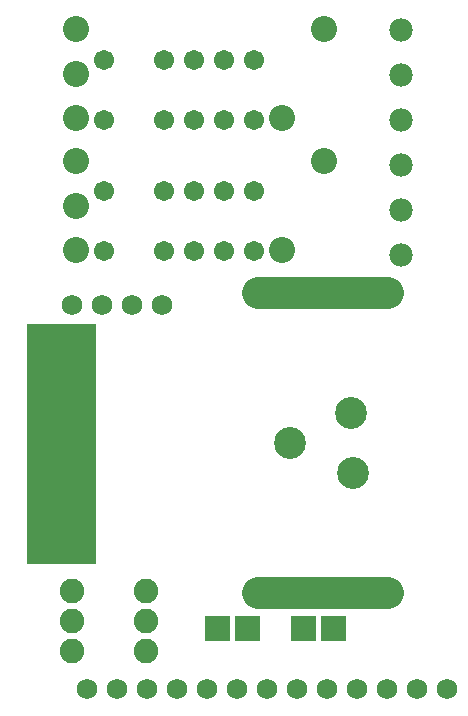
<source format=gbs>
G04 Layer: BottomSolderMaskLayer*
G04 EasyEDA v6.3.22, 2020-02-01T14:25:23+03:00*
G04 de8c743d1f944906aa5e958e3f35c1be,ca54920fb7ea4c169f3d1b618bee327e,10*
G04 Gerber Generator version 0.2*
G04 Scale: 100 percent, Rotated: No, Reflected: No *
G04 Dimensions in inches *
G04 leading zeros omitted , absolute positions ,2 integer and 4 decimal *
%FSLAX24Y24*%
%MOIN*%
G90*
G70D02*

%ADD57C,0.106425*%
%ADD62C,0.068000*%
%ADD65C,0.082000*%
%ADD80C,0.067055*%
%ADD83C,0.086740*%
%ADD84C,0.078000*%

%LPD*%
G54D57*
G01X7684Y4700D02*
G01X12015Y4700D01*
G01X7684Y14700D02*
G01X12015Y14700D01*
G54D62*
G01X1500Y14300D03*
G01X2500Y14300D03*
G01X3500Y14300D03*
G01X4500Y14300D03*
G54D65*
G01X1500Y2750D03*
G01X1500Y3750D03*
G01X1500Y4750D03*
G01X3950Y2750D03*
G01X3950Y3750D03*
G01X3950Y4750D03*
G54D62*
G01X2000Y1500D03*
G01X3000Y1500D03*
G01X4000Y1500D03*
G01X5000Y1500D03*
G01X6000Y1500D03*
G01X7000Y1500D03*
G01X8000Y1500D03*
G01X9000Y1500D03*
G01X10000Y1500D03*
G01X11000Y1500D03*
G01X12000Y1500D03*
G01X13000Y1500D03*
G01X14000Y1500D03*
G36*
G01X5930Y3080D02*
G01X5930Y3919D01*
G01X6769Y3919D01*
G01X6769Y3080D01*
G01X5930Y3080D01*
G37*
G36*
G01X6930Y3080D02*
G01X6930Y3919D01*
G01X7769Y3919D01*
G01X7769Y3080D01*
G01X6930Y3080D01*
G37*
G36*
G01X8780Y3080D02*
G01X8780Y3919D01*
G01X9619Y3919D01*
G01X9619Y3080D01*
G01X8780Y3080D01*
G37*
G36*
G01X9780Y3080D02*
G01X9780Y3919D01*
G01X10619Y3919D01*
G01X10619Y3080D01*
G01X9780Y3080D01*
G37*
G54D83*
G01X8506Y16123D03*
G01X1615Y19076D03*
G01X1615Y17600D03*
G01X1615Y16123D03*
G01X9884Y19076D03*
G01X8506Y20523D03*
G01X1615Y23476D03*
G01X1615Y22000D03*
G01X1615Y20523D03*
G01X9884Y23476D03*
G54D80*
G01X2550Y22450D03*
G01X4550Y22450D03*
G01X5550Y22450D03*
G01X6550Y22450D03*
G01X6550Y20450D03*
G01X5550Y20450D03*
G01X4550Y20450D03*
G01X2550Y20450D03*
G01X7550Y22450D03*
G01X7550Y20450D03*
G01X2550Y18100D03*
G01X4550Y18100D03*
G01X5550Y18100D03*
G01X6550Y18100D03*
G01X6550Y16100D03*
G01X5550Y16100D03*
G01X4550Y16100D03*
G01X2550Y16100D03*
G01X7550Y18100D03*
G01X7550Y16100D03*
G54D84*
G01X12450Y15950D03*
G01X12450Y17450D03*
G01X12450Y18950D03*
G01X12450Y20450D03*
G01X12450Y21950D03*
G01X12450Y23450D03*
G54D57*
G01X8750Y9700D03*
G01X10850Y8700D03*
G01X10800Y10700D03*
G01X9800Y4700D03*
G01X9800Y14700D03*

%LPD*%
G36*
G01X2300Y13649D02*
G01X0Y13649D01*
G01X0Y5649D01*
G01X2300Y5649D01*
G01X2300Y13649D01*
G37*
M00*
M02*

</source>
